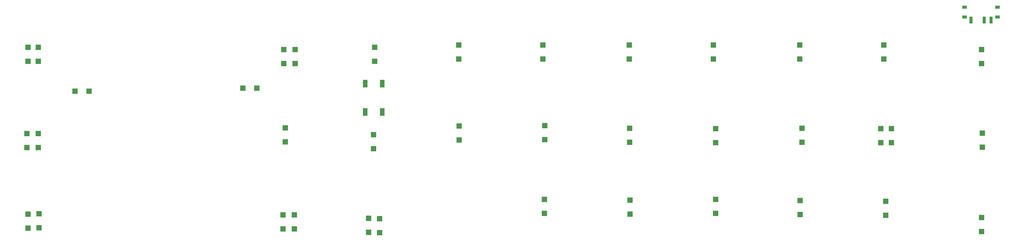
<source format=gbp>
G04 #@! TF.GenerationSoftware,KiCad,Pcbnew,(5.1.5)-3*
G04 #@! TF.CreationDate,2020-01-08T01:13:46+02:00*
G04 #@! TF.ProjectId,PRKL30,50524b4c-3330-42e6-9b69-6361645f7063,rev?*
G04 #@! TF.SameCoordinates,Original*
G04 #@! TF.FileFunction,Paste,Bot*
G04 #@! TF.FilePolarity,Positive*
%FSLAX46Y46*%
G04 Gerber Fmt 4.6, Leading zero omitted, Abs format (unit mm)*
G04 Created by KiCad (PCBNEW (5.1.5)-3) date 2020-01-08 01:13:46*
%MOMM*%
%LPD*%
G04 APERTURE LIST*
%ADD10R,1.200000X1.200000*%
%ADD11R,1.000000X1.700000*%
%ADD12R,0.700000X1.500000*%
%ADD13R,1.000000X0.800000*%
G04 APERTURE END LIST*
D10*
X127508000Y-69139000D03*
X127508000Y-65989000D03*
X70300000Y-68631000D03*
X70300000Y-65481000D03*
X72644000Y-68631000D03*
X72644000Y-65481000D03*
X80825000Y-75300000D03*
X83975000Y-75300000D03*
X130048000Y-69139000D03*
X130048000Y-65989000D03*
X147828000Y-65481000D03*
X147828000Y-68631000D03*
X166624000Y-64973000D03*
X166624000Y-68123000D03*
X185420000Y-64973000D03*
X185420000Y-68123000D03*
X204724000Y-64973000D03*
X204724000Y-68123000D03*
X223520000Y-64973000D03*
X223520000Y-68123000D03*
X242824000Y-64973000D03*
X242824000Y-68123000D03*
X261620000Y-64973000D03*
X261620000Y-68123000D03*
X283464000Y-65989000D03*
X283464000Y-69139000D03*
X70104000Y-84836000D03*
X70104000Y-87986000D03*
X72644000Y-84785000D03*
X72644000Y-87935000D03*
X121463000Y-74676000D03*
X118313000Y-74676000D03*
X127800000Y-83525000D03*
X127800000Y-86675000D03*
X147530000Y-85055000D03*
X147530000Y-88205000D03*
X166700000Y-83125000D03*
X166700000Y-86275000D03*
X185800000Y-83025000D03*
X185800000Y-86175000D03*
X204800000Y-86775000D03*
X204800000Y-83625000D03*
X224000000Y-86875000D03*
X224000000Y-83725000D03*
X243300000Y-86775000D03*
X243300000Y-83625000D03*
X260880000Y-86885000D03*
X260880000Y-83735000D03*
X263260000Y-86825000D03*
X263260000Y-83675000D03*
X70300000Y-105975000D03*
X70300000Y-102825000D03*
X72800000Y-105875000D03*
X72800000Y-102725000D03*
X127300000Y-106175000D03*
X127300000Y-103025000D03*
X129800000Y-106175000D03*
X129800000Y-103025000D03*
X146420000Y-106955000D03*
X146420000Y-103805000D03*
X148930000Y-106975000D03*
X148930000Y-103825000D03*
X185740000Y-102685000D03*
X185740000Y-99535000D03*
X204870000Y-102855000D03*
X204870000Y-99705000D03*
X224000000Y-102685000D03*
X224000000Y-99535000D03*
X242850000Y-99785000D03*
X242850000Y-102935000D03*
X261980000Y-103140000D03*
X261980000Y-99990000D03*
X283464000Y-103581000D03*
X283464000Y-106731000D03*
D11*
X145700000Y-73650000D03*
X145700000Y-79950000D03*
X149500000Y-73650000D03*
X149500000Y-79950000D03*
D10*
X283600000Y-84725000D03*
X283600000Y-87875000D03*
D12*
X281050000Y-59430000D03*
X284050000Y-59430000D03*
X285550000Y-59430000D03*
D13*
X279650000Y-56570000D03*
X286950000Y-56570000D03*
X286950000Y-58780000D03*
X279650000Y-58780000D03*
M02*

</source>
